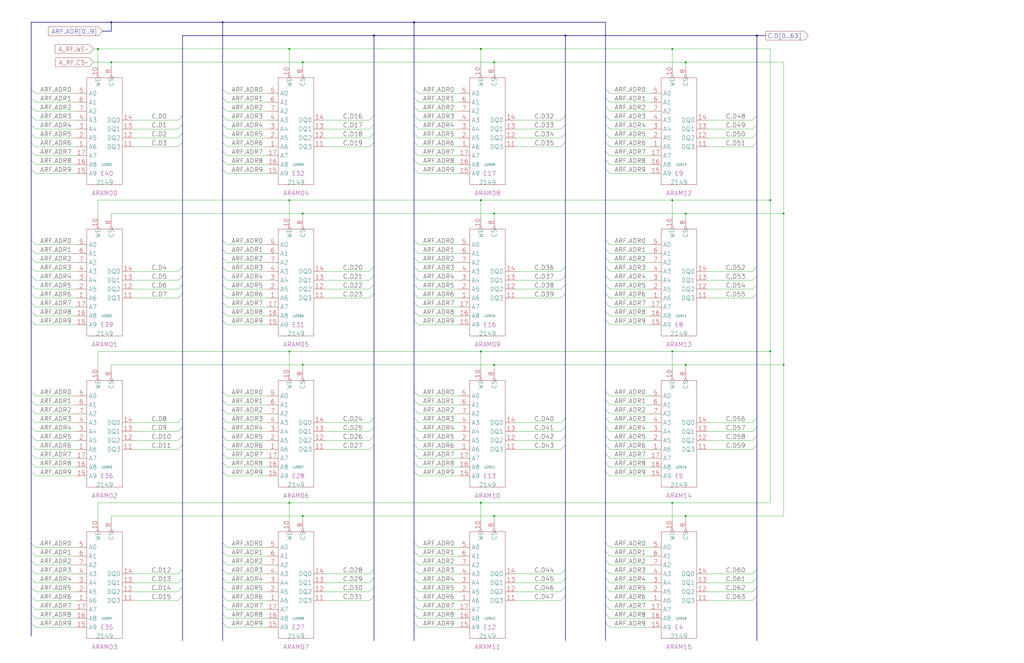
<source format=kicad_sch>
(kicad_sch (version 20250114) (generator "eeschema") (generator_version "9.0")
  (paper "User" 584.2 378.46)
  (title_block (title "REGISTER FILE A\\nRAM ARRAY") (date "22-MAR-90") (rev "1.0") (comment 1 "VALUE") (comment 2 "232-003063") (comment 3 "S400") (comment 4 "RELEASED"))
  (junction (at 213.36 20.32))
  (junction (at 383.54 200.66))
  (junction (at 165.1 114.3))
  (junction (at 447.04 121.92))
  (junction (at 281.94 208.28))
  (junction (at 172.72 294.64))
  (junction (at 165.1 27.94))
  (junction (at 236.22 12.7))
  (junction (at 431.8 20.32))
  (junction (at 447.04 208.28))
  (junction (at 439.42 200.66))
  (junction (at 274.32 200.66))
  (junction (at 281.94 121.92))
  (junction (at 165.1 287.02))
  (junction (at 391.16 121.92))
  (junction (at 281.94 294.64))
  (junction (at 274.32 287.02))
  (junction (at 281.94 35.56))
  (junction (at 391.16 35.56))
  (junction (at 274.32 114.3))
  (junction (at 383.54 27.94))
  (junction (at 322.58 20.32))
  (junction (at 55.88 27.94))
  (junction (at 63.5 12.7))
  (junction (at 391.16 294.64))
  (junction (at 63.5 35.56))
  (junction (at 172.72 208.28))
  (junction (at 172.72 121.92))
  (junction (at 172.72 35.56))
  (junction (at 383.54 114.3))
  (junction (at 165.1 200.66))
  (junction (at 127 12.7))
  (junction (at 274.32 27.94))
  (junction (at 439.42 114.3))
  (junction (at 391.16 208.28))
  (junction (at 383.54 287.02))
  (bus_entry (at 127 142.24) (size 2.54 2.54))
  (bus_entry (at 345.44 243.84) (size 2.54 2.54))
  (bus_entry (at 236.22 167.64) (size 2.54 2.54))
  (bus_entry (at 345.44 269.24) (size 2.54 2.54))
  (bus_entry (at 17.78 142.24) (size 2.54 2.54))
  (bus_entry (at 236.22 137.16) (size 2.54 2.54))
  (bus_entry (at 17.78 66.04) (size 2.54 2.54))
  (bus_entry (at 345.44 96.52) (size 2.54 2.54))
  (bus_entry (at 127 355.6) (size 2.54 2.54))
  (bus_entry (at 127 91.44) (size 2.54 2.54))
  (bus_entry (at 127 60.96) (size 2.54 2.54))
  (bus_entry (at 431.8 81.28) (size -2.54 2.54))
  (bus_entry (at 236.22 60.96) (size 2.54 2.54))
  (bus_entry (at 431.8 238.76) (size -2.54 2.54))
  (bus_entry (at 236.22 76.2) (size 2.54 2.54))
  (bus_entry (at 345.44 91.44) (size 2.54 2.54))
  (bus_entry (at 213.36 243.84) (size -2.54 2.54))
  (bus_entry (at 236.22 177.8) (size 2.54 2.54))
  (bus_entry (at 127 269.24) (size 2.54 2.54))
  (bus_entry (at 345.44 76.2) (size 2.54 2.54))
  (bus_entry (at 17.78 350.52) (size 2.54 2.54))
  (bus_entry (at 17.78 320.04) (size 2.54 2.54))
  (bus_entry (at 345.44 340.36) (size 2.54 2.54))
  (bus_entry (at 104.14 167.64) (size -2.54 2.54))
  (bus_entry (at 345.44 152.4) (size 2.54 2.54))
  (bus_entry (at 431.8 157.48) (size -2.54 2.54))
  (bus_entry (at 17.78 157.48) (size 2.54 2.54))
  (bus_entry (at 322.58 335.28) (size -2.54 2.54))
  (bus_entry (at 345.44 50.8) (size 2.54 2.54))
  (bus_entry (at 127 137.16) (size 2.54 2.54))
  (bus_entry (at 17.78 314.96) (size 2.54 2.54))
  (bus_entry (at 17.78 325.12) (size 2.54 2.54))
  (bus_entry (at 17.78 60.96) (size 2.54 2.54))
  (bus_entry (at 17.78 259.08) (size 2.54 2.54))
  (bus_entry (at 17.78 269.24) (size 2.54 2.54))
  (bus_entry (at 236.22 91.44) (size 2.54 2.54))
  (bus_entry (at 345.44 81.28) (size 2.54 2.54))
  (bus_entry (at 127 182.88) (size 2.54 2.54))
  (bus_entry (at 236.22 162.56) (size 2.54 2.54))
  (bus_entry (at 345.44 345.44) (size 2.54 2.54))
  (bus_entry (at 104.14 243.84) (size -2.54 2.54))
  (bus_entry (at 104.14 340.36) (size -2.54 2.54))
  (bus_entry (at 127 157.48) (size 2.54 2.54))
  (bus_entry (at 17.78 162.56) (size 2.54 2.54))
  (bus_entry (at 17.78 137.16) (size 2.54 2.54))
  (bus_entry (at 345.44 177.8) (size 2.54 2.54))
  (bus_entry (at 322.58 66.04) (size -2.54 2.54))
  (bus_entry (at 236.22 330.2) (size 2.54 2.54))
  (bus_entry (at 17.78 81.28) (size 2.54 2.54))
  (bus_entry (at 322.58 330.2) (size -2.54 2.54))
  (bus_entry (at 213.36 325.12) (size -2.54 2.54))
  (bus_entry (at 236.22 50.8) (size 2.54 2.54))
  (bus_entry (at 236.22 55.88) (size 2.54 2.54))
  (bus_entry (at 236.22 314.96) (size 2.54 2.54))
  (bus_entry (at 345.44 167.64) (size 2.54 2.54))
  (bus_entry (at 213.36 157.48) (size -2.54 2.54))
  (bus_entry (at 17.78 76.2) (size 2.54 2.54))
  (bus_entry (at 236.22 243.84) (size 2.54 2.54))
  (bus_entry (at 127 259.08) (size 2.54 2.54))
  (bus_entry (at 127 350.52) (size 2.54 2.54))
  (bus_entry (at 236.22 71.12) (size 2.54 2.54))
  (bus_entry (at 127 50.8) (size 2.54 2.54))
  (bus_entry (at 127 314.96) (size 2.54 2.54))
  (bus_entry (at 104.14 66.04) (size -2.54 2.54))
  (bus_entry (at 104.14 152.4) (size -2.54 2.54))
  (bus_entry (at 236.22 233.68) (size 2.54 2.54))
  (bus_entry (at 17.78 345.44) (size 2.54 2.54))
  (bus_entry (at 322.58 340.36) (size -2.54 2.54))
  (bus_entry (at 236.22 147.32) (size 2.54 2.54))
  (bus_entry (at 104.14 238.76) (size -2.54 2.54))
  (bus_entry (at 17.78 50.8) (size 2.54 2.54))
  (bus_entry (at 127 223.52) (size 2.54 2.54))
  (bus_entry (at 127 320.04) (size 2.54 2.54))
  (bus_entry (at 345.44 355.6) (size 2.54 2.54))
  (bus_entry (at 431.8 152.4) (size -2.54 2.54))
  (bus_entry (at 431.8 330.2) (size -2.54 2.54))
  (bus_entry (at 127 345.44) (size 2.54 2.54))
  (bus_entry (at 17.78 254) (size 2.54 2.54))
  (bus_entry (at 236.22 309.88) (size 2.54 2.54))
  (bus_entry (at 236.22 86.36) (size 2.54 2.54))
  (bus_entry (at 104.14 248.92) (size -2.54 2.54))
  (bus_entry (at 127 335.28) (size 2.54 2.54))
  (bus_entry (at 236.22 96.52) (size 2.54 2.54))
  (bus_entry (at 345.44 71.12) (size 2.54 2.54))
  (bus_entry (at 431.8 66.04) (size -2.54 2.54))
  (bus_entry (at 345.44 172.72) (size 2.54 2.54))
  (bus_entry (at 17.78 335.28) (size 2.54 2.54))
  (bus_entry (at 104.14 81.28) (size -2.54 2.54))
  (bus_entry (at 345.44 66.04) (size 2.54 2.54))
  (bus_entry (at 17.78 55.88) (size 2.54 2.54))
  (bus_entry (at 127 264.16) (size 2.54 2.54))
  (bus_entry (at 127 172.72) (size 2.54 2.54))
  (bus_entry (at 345.44 238.76) (size 2.54 2.54))
  (bus_entry (at 345.44 248.92) (size 2.54 2.54))
  (bus_entry (at 127 71.12) (size 2.54 2.54))
  (bus_entry (at 431.8 335.28) (size -2.54 2.54))
  (bus_entry (at 236.22 325.12) (size 2.54 2.54))
  (bus_entry (at 213.36 330.2) (size -2.54 2.54))
  (bus_entry (at 236.22 172.72) (size 2.54 2.54))
  (bus_entry (at 17.78 172.72) (size 2.54 2.54))
  (bus_entry (at 17.78 243.84) (size 2.54 2.54))
  (bus_entry (at 236.22 152.4) (size 2.54 2.54))
  (bus_entry (at 236.22 320.04) (size 2.54 2.54))
  (bus_entry (at 322.58 248.92) (size -2.54 2.54))
  (bus_entry (at 431.8 162.56) (size -2.54 2.54))
  (bus_entry (at 345.44 137.16) (size 2.54 2.54))
  (bus_entry (at 345.44 350.52) (size 2.54 2.54))
  (bus_entry (at 322.58 71.12) (size -2.54 2.54))
  (bus_entry (at 345.44 223.52) (size 2.54 2.54))
  (bus_entry (at 322.58 81.28) (size -2.54 2.54))
  (bus_entry (at 236.22 248.92) (size 2.54 2.54))
  (bus_entry (at 17.78 147.32) (size 2.54 2.54))
  (bus_entry (at 127 96.52) (size 2.54 2.54))
  (bus_entry (at 236.22 340.36) (size 2.54 2.54))
  (bus_entry (at 17.78 223.52) (size 2.54 2.54))
  (bus_entry (at 322.58 162.56) (size -2.54 2.54))
  (bus_entry (at 236.22 350.52) (size 2.54 2.54))
  (bus_entry (at 17.78 264.16) (size 2.54 2.54))
  (bus_entry (at 127 167.64) (size 2.54 2.54))
  (bus_entry (at 322.58 76.2) (size -2.54 2.54))
  (bus_entry (at 431.8 254) (size -2.54 2.54))
  (bus_entry (at 104.14 76.2) (size -2.54 2.54))
  (bus_entry (at 127 177.8) (size 2.54 2.54))
  (bus_entry (at 17.78 330.2) (size 2.54 2.54))
  (bus_entry (at 104.14 330.2) (size -2.54 2.54))
  (bus_entry (at 17.78 228.6) (size 2.54 2.54))
  (bus_entry (at 431.8 243.84) (size -2.54 2.54))
  (bus_entry (at 236.22 269.24) (size 2.54 2.54))
  (bus_entry (at 236.22 228.6) (size 2.54 2.54))
  (bus_entry (at 127 340.36) (size 2.54 2.54))
  (bus_entry (at 322.58 325.12) (size -2.54 2.54))
  (bus_entry (at 345.44 314.96) (size 2.54 2.54))
  (bus_entry (at 345.44 157.48) (size 2.54 2.54))
  (bus_entry (at 322.58 152.4) (size -2.54 2.54))
  (bus_entry (at 236.22 66.04) (size 2.54 2.54))
  (bus_entry (at 345.44 182.88) (size 2.54 2.54))
  (bus_entry (at 431.8 248.92) (size -2.54 2.54))
  (bus_entry (at 127 243.84) (size 2.54 2.54))
  (bus_entry (at 213.36 66.04) (size -2.54 2.54))
  (bus_entry (at 213.36 162.56) (size -2.54 2.54))
  (bus_entry (at 127 66.04) (size 2.54 2.54))
  (bus_entry (at 213.36 248.92) (size -2.54 2.54))
  (bus_entry (at 17.78 233.68) (size 2.54 2.54))
  (bus_entry (at 345.44 147.32) (size 2.54 2.54))
  (bus_entry (at 431.8 76.2) (size -2.54 2.54))
  (bus_entry (at 104.14 157.48) (size -2.54 2.54))
  (bus_entry (at 345.44 55.88) (size 2.54 2.54))
  (bus_entry (at 127 233.68) (size 2.54 2.54))
  (bus_entry (at 127 55.88) (size 2.54 2.54))
  (bus_entry (at 345.44 309.88) (size 2.54 2.54))
  (bus_entry (at 345.44 259.08) (size 2.54 2.54))
  (bus_entry (at 345.44 335.28) (size 2.54 2.54))
  (bus_entry (at 104.14 335.28) (size -2.54 2.54))
  (bus_entry (at 345.44 86.36) (size 2.54 2.54))
  (bus_entry (at 431.8 71.12) (size -2.54 2.54))
  (bus_entry (at 322.58 167.64) (size -2.54 2.54))
  (bus_entry (at 127 147.32) (size 2.54 2.54))
  (bus_entry (at 213.36 76.2) (size -2.54 2.54))
  (bus_entry (at 17.78 182.88) (size 2.54 2.54))
  (bus_entry (at 104.14 71.12) (size -2.54 2.54))
  (bus_entry (at 236.22 259.08) (size 2.54 2.54))
  (bus_entry (at 17.78 248.92) (size 2.54 2.54))
  (bus_entry (at 345.44 320.04) (size 2.54 2.54))
  (bus_entry (at 213.36 152.4) (size -2.54 2.54))
  (bus_entry (at 127 162.56) (size 2.54 2.54))
  (bus_entry (at 104.14 162.56) (size -2.54 2.54))
  (bus_entry (at 17.78 340.36) (size 2.54 2.54))
  (bus_entry (at 127 86.36) (size 2.54 2.54))
  (bus_entry (at 345.44 325.12) (size 2.54 2.54))
  (bus_entry (at 127 248.92) (size 2.54 2.54))
  (bus_entry (at 213.36 238.76) (size -2.54 2.54))
  (bus_entry (at 213.36 335.28) (size -2.54 2.54))
  (bus_entry (at 17.78 91.44) (size 2.54 2.54))
  (bus_entry (at 127 76.2) (size 2.54 2.54))
  (bus_entry (at 104.14 325.12) (size -2.54 2.54))
  (bus_entry (at 17.78 355.6) (size 2.54 2.54))
  (bus_entry (at 236.22 335.28) (size 2.54 2.54))
  (bus_entry (at 127 152.4) (size 2.54 2.54))
  (bus_entry (at 431.8 340.36) (size -2.54 2.54))
  (bus_entry (at 322.58 157.48) (size -2.54 2.54))
  (bus_entry (at 431.8 167.64) (size -2.54 2.54))
  (bus_entry (at 236.22 238.76) (size 2.54 2.54))
  (bus_entry (at 17.78 238.76) (size 2.54 2.54))
  (bus_entry (at 322.58 254) (size -2.54 2.54))
  (bus_entry (at 236.22 157.48) (size 2.54 2.54))
  (bus_entry (at 17.78 177.8) (size 2.54 2.54))
  (bus_entry (at 127 309.88) (size 2.54 2.54))
  (bus_entry (at 213.36 81.28) (size -2.54 2.54))
  (bus_entry (at 17.78 96.52) (size 2.54 2.54))
  (bus_entry (at 345.44 254) (size 2.54 2.54))
  (bus_entry (at 17.78 86.36) (size 2.54 2.54))
  (bus_entry (at 431.8 325.12) (size -2.54 2.54))
  (bus_entry (at 17.78 71.12) (size 2.54 2.54))
  (bus_entry (at 213.36 254) (size -2.54 2.54))
  (bus_entry (at 236.22 182.88) (size 2.54 2.54))
  (bus_entry (at 236.22 142.24) (size 2.54 2.54))
  (bus_entry (at 127 238.76) (size 2.54 2.54))
  (bus_entry (at 322.58 243.84) (size -2.54 2.54))
  (bus_entry (at 236.22 223.52) (size 2.54 2.54))
  (bus_entry (at 236.22 345.44) (size 2.54 2.54))
  (bus_entry (at 213.36 167.64) (size -2.54 2.54))
  (bus_entry (at 345.44 228.6) (size 2.54 2.54))
  (bus_entry (at 127 81.28) (size 2.54 2.54))
  (bus_entry (at 236.22 355.6) (size 2.54 2.54))
  (bus_entry (at 213.36 340.36) (size -2.54 2.54))
  (bus_entry (at 345.44 264.16) (size 2.54 2.54))
  (bus_entry (at 104.14 254) (size -2.54 2.54))
  (bus_entry (at 345.44 233.68) (size 2.54 2.54))
  (bus_entry (at 236.22 264.16) (size 2.54 2.54))
  (bus_entry (at 17.78 309.88) (size 2.54 2.54))
  (bus_entry (at 213.36 71.12) (size -2.54 2.54))
  (bus_entry (at 322.58 238.76) (size -2.54 2.54))
  (bus_entry (at 127 228.6) (size 2.54 2.54))
  (bus_entry (at 17.78 152.4) (size 2.54 2.54))
  (bus_entry (at 17.78 167.64) (size 2.54 2.54))
  (bus_entry (at 345.44 162.56) (size 2.54 2.54))
  (bus_entry (at 345.44 330.2) (size 2.54 2.54))
  (bus_entry (at 127 330.2) (size 2.54 2.54))
  (bus_entry (at 236.22 254) (size 2.54 2.54))
  (bus_entry (at 345.44 60.96) (size 2.54 2.54))
  (bus_entry (at 236.22 81.28) (size 2.54 2.54))
  (bus_entry (at 127 325.12) (size 2.54 2.54))
  (bus_entry (at 345.44 142.24) (size 2.54 2.54))
  (bus_entry (at 127 254) (size 2.54 2.54))
  (bus (pts (xy 236.22 259.08) (xy 236.22 264.16)))
  (bus (pts (xy 213.36 162.56) (xy 213.36 167.64)))
  (wire (pts (xy 20.32 256.54) (xy 43.18 256.54)))
  (bus (pts (xy 236.22 55.88) (xy 236.22 60.96)))
  (bus (pts (xy 236.22 254) (xy 236.22 259.08)))
  (wire (pts (xy 129.54 353.06) (xy 152.4 353.06)))
  (wire (pts (xy 20.32 322.58) (xy 43.18 322.58)))
  (wire (pts (xy 281.94 294.64) (xy 172.72 294.64)))
  (wire (pts (xy 129.54 154.94) (xy 152.4 154.94)))
  (bus (pts (xy 127 233.68) (xy 127 238.76)))
  (bus (pts (xy 127 60.96) (xy 127 66.04)))
  (wire (pts (xy 391.16 294.64) (xy 391.16 297.18)))
  (wire (pts (xy 55.88 287.02) (xy 55.88 297.18)))
  (wire (pts (xy 347.98 93.98) (xy 370.84 93.98)))
  (bus (pts (xy 431.8 66.04) (xy 431.8 71.12)))
  (bus (pts (xy 236.22 345.44) (xy 236.22 350.52)))
  (wire (pts (xy 129.54 226.06) (xy 152.4 226.06)))
  (wire (pts (xy 129.54 175.26) (xy 152.4 175.26)))
  (bus (pts (xy 431.8 162.56) (xy 431.8 167.64)))
  (bus (pts (xy 322.58 20.32) (xy 322.58 66.04)))
  (wire (pts (xy 403.86 342.9) (xy 429.26 342.9)))
  (wire (pts (xy 129.54 93.98) (xy 152.4 93.98)))
  (bus (pts (xy 345.44 238.76) (xy 345.44 243.84)))
  (wire (pts (xy 403.86 327.66) (xy 429.26 327.66)))
  (wire (pts (xy 238.76 83.82) (xy 261.62 83.82)))
  (wire (pts (xy 129.54 256.54) (xy 152.4 256.54)))
  (wire (pts (xy 165.1 200.66) (xy 274.32 200.66)))
  (wire (pts (xy 238.76 251.46) (xy 261.62 251.46)))
  (bus (pts (xy 213.36 167.64) (xy 213.36 238.76)))
  (wire (pts (xy 20.32 160.02) (xy 43.18 160.02)))
  (wire (pts (xy 20.32 342.9) (xy 43.18 342.9)))
  (wire (pts (xy 347.98 317.5) (xy 370.84 317.5)))
  (wire (pts (xy 20.32 226.06) (xy 43.18 226.06)))
  (wire (pts (xy 129.54 165.1) (xy 152.4 165.1)))
  (wire (pts (xy 347.98 337.82) (xy 370.84 337.82)))
  (wire (pts (xy 294.64 251.46) (xy 320.04 251.46)))
  (bus (pts (xy 236.22 228.6) (xy 236.22 233.68)))
  (wire (pts (xy 129.54 358.14) (xy 152.4 358.14)))
  (bus (pts (xy 17.78 55.88) (xy 17.78 60.96)))
  (wire (pts (xy 20.32 180.34) (xy 43.18 180.34)))
  (bus (pts (xy 17.78 86.36) (xy 17.78 91.44)))
  (wire (pts (xy 447.04 208.28) (xy 447.04 294.64)))
  (bus (pts (xy 345.44 71.12) (xy 345.44 76.2)))
  (wire (pts (xy 383.54 287.02) (xy 383.54 297.18)))
  (bus (pts (xy 236.22 182.88) (xy 236.22 223.52)))
  (bus (pts (xy 127 137.16) (xy 127 142.24)))
  (wire (pts (xy 403.86 256.54) (xy 429.26 256.54)))
  (bus (pts (xy 104.14 254) (xy 104.14 325.12)))
  (wire (pts (xy 20.32 312.42) (xy 43.18 312.42)))
  (wire (pts (xy 76.2 327.66) (xy 101.6 327.66)))
  (wire (pts (xy 20.32 139.7) (xy 43.18 139.7)))
  (bus (pts (xy 17.78 233.68) (xy 17.78 238.76)))
  (wire (pts (xy 238.76 154.94) (xy 261.62 154.94)))
  (bus (pts (xy 17.78 172.72) (xy 17.78 177.8)))
  (wire (pts (xy 347.98 180.34) (xy 370.84 180.34)))
  (wire (pts (xy 20.32 170.18) (xy 43.18 170.18)))
  (bus (pts (xy 127 345.44) (xy 127 350.52)))
  (bus (pts (xy 236.22 330.2) (xy 236.22 335.28)))
  (wire (pts (xy 129.54 144.78) (xy 152.4 144.78)))
  (bus (pts (xy 127 96.52) (xy 127 137.16)))
  (bus (pts (xy 213.36 152.4) (xy 213.36 157.48)))
  (bus (pts (xy 236.22 81.28) (xy 236.22 86.36)))
  (bus (pts (xy 104.14 330.2) (xy 104.14 335.28)))
  (wire (pts (xy 347.98 165.1) (xy 370.84 165.1)))
  (bus (pts (xy 236.22 223.52) (xy 236.22 228.6)))
  (wire (pts (xy 238.76 226.06) (xy 261.62 226.06)))
  (wire (pts (xy 347.98 342.9) (xy 370.84 342.9)))
  (bus (pts (xy 127 228.6) (xy 127 233.68)))
  (wire (pts (xy 129.54 99.06) (xy 152.4 99.06)))
  (bus (pts (xy 431.8 325.12) (xy 431.8 330.2)))
  (wire (pts (xy 403.86 246.38) (xy 429.26 246.38)))
  (wire (pts (xy 238.76 149.86) (xy 261.62 149.86)))
  (wire (pts (xy 238.76 180.34) (xy 261.62 180.34)))
  (wire (pts (xy 383.54 114.3) (xy 439.42 114.3)))
  (wire (pts (xy 129.54 266.7) (xy 152.4 266.7)))
  (bus (pts (xy 213.36 20.32) (xy 322.58 20.32)))
  (bus (pts (xy 127 152.4) (xy 127 157.48)))
  (bus (pts (xy 127 71.12) (xy 127 76.2)))
  (bus (pts (xy 127 269.24) (xy 127 309.88)))
  (wire (pts (xy 129.54 317.5) (xy 152.4 317.5)))
  (bus (pts (xy 17.78 269.24) (xy 17.78 309.88)))
  (wire (pts (xy 347.98 246.38) (xy 370.84 246.38)))
  (bus (pts (xy 236.22 320.04) (xy 236.22 325.12)))
  (bus (pts (xy 127 340.36) (xy 127 345.44)))
  (wire (pts (xy 238.76 342.9) (xy 261.62 342.9)))
  (bus (pts (xy 431.8 340.36) (xy 431.8 365.76)))
  (wire (pts (xy 172.72 121.92) (xy 281.94 121.92)))
  (wire (pts (xy 63.5 35.56) (xy 63.5 38.1)))
  (bus (pts (xy 104.14 243.84) (xy 104.14 248.92)))
  (wire (pts (xy 165.1 114.3) (xy 165.1 124.46)))
  (bus (pts (xy 127 350.52) (xy 127 355.6)))
  (wire (pts (xy 294.64 68.58) (xy 320.04 68.58)))
  (wire (pts (xy 238.76 256.54) (xy 261.62 256.54)))
  (wire (pts (xy 129.54 160.02) (xy 152.4 160.02)))
  (wire (pts (xy 238.76 261.62) (xy 261.62 261.62)))
  (bus (pts (xy 345.44 309.88) (xy 345.44 314.96)))
  (wire (pts (xy 63.5 294.64) (xy 63.5 297.18)))
  (wire (pts (xy 347.98 231.14) (xy 370.84 231.14)))
  (bus (pts (xy 431.8 81.28) (xy 431.8 152.4)))
  (wire (pts (xy 238.76 170.18) (xy 261.62 170.18)))
  (bus (pts (xy 17.78 350.52) (xy 17.78 355.6)))
  (bus (pts (xy 431.8 71.12) (xy 431.8 76.2)))
  (bus (pts (xy 345.44 325.12) (xy 345.44 330.2)))
  (wire (pts (xy 238.76 139.7) (xy 261.62 139.7)))
  (bus (pts (xy 127 182.88) (xy 127 223.52)))
  (wire (pts (xy 281.94 121.92) (xy 391.16 121.92)))
  (wire (pts (xy 294.64 154.94) (xy 320.04 154.94)))
  (bus (pts (xy 236.22 248.92) (xy 236.22 254)))
  (bus (pts (xy 127 177.8) (xy 127 182.88)))
  (bus (pts (xy 345.44 182.88) (xy 345.44 223.52)))
  (wire (pts (xy 76.2 73.66) (xy 101.6 73.66)))
  (wire (pts (xy 294.64 256.54) (xy 320.04 256.54)))
  (bus (pts (xy 345.44 264.16) (xy 345.44 269.24)))
  (wire (pts (xy 185.42 160.02) (xy 210.82 160.02)))
  (wire (pts (xy 347.98 347.98) (xy 370.84 347.98)))
  (wire (pts (xy 347.98 68.58) (xy 370.84 68.58)))
  (bus (pts (xy 213.36 335.28) (xy 213.36 340.36)))
  (wire (pts (xy 129.54 327.66) (xy 152.4 327.66)))
  (wire (pts (xy 129.54 337.82) (xy 152.4 337.82)))
  (bus (pts (xy 213.36 254) (xy 213.36 325.12)))
  (wire (pts (xy 347.98 241.3) (xy 370.84 241.3)))
  (bus (pts (xy 58.42 17.78) (xy 63.5 17.78)))
  (bus (pts (xy 213.36 243.84) (xy 213.36 248.92)))
  (wire (pts (xy 238.76 53.34) (xy 261.62 53.34)))
  (wire (pts (xy 403.86 68.58) (xy 429.26 68.58)))
  (wire (pts (xy 20.32 93.98) (xy 43.18 93.98)))
  (bus (pts (xy 345.44 55.88) (xy 345.44 60.96)))
  (wire (pts (xy 447.04 35.56) (xy 447.04 121.92)))
  (wire (pts (xy 403.86 251.46) (xy 429.26 251.46)))
  (bus (pts (xy 17.78 345.44) (xy 17.78 350.52)))
  (wire (pts (xy 294.64 337.82) (xy 320.04 337.82)))
  (wire (pts (xy 281.94 121.92) (xy 281.94 124.46)))
  (wire (pts (xy 238.76 175.26) (xy 261.62 175.26)))
  (wire (pts (xy 129.54 312.42) (xy 152.4 312.42)))
  (bus (pts (xy 17.78 340.36) (xy 17.78 345.44)))
  (bus (pts (xy 17.78 254) (xy 17.78 259.08)))
  (wire (pts (xy 20.32 88.9) (xy 43.18 88.9)))
  (bus (pts (xy 345.44 355.6) (xy 345.44 365.76)))
  (bus (pts (xy 213.36 330.2) (xy 213.36 335.28)))
  (wire (pts (xy 347.98 154.94) (xy 370.84 154.94)))
  (bus (pts (xy 17.78 167.64) (xy 17.78 172.72)))
  (wire (pts (xy 347.98 88.9) (xy 370.84 88.9)))
  (bus (pts (xy 213.36 81.28) (xy 213.36 152.4)))
  (bus (pts (xy 127 76.2) (xy 127 81.28)))
  (wire (pts (xy 403.86 83.82) (xy 429.26 83.82)))
  (wire (pts (xy 391.16 35.56) (xy 391.16 38.1)))
  (bus (pts (xy 322.58 157.48) (xy 322.58 162.56)))
  (wire (pts (xy 63.5 121.92) (xy 63.5 124.46)))
  (bus (pts (xy 63.5 17.78) (xy 63.5 12.7)))
  (wire (pts (xy 53.34 27.94) (xy 55.88 27.94)))
  (bus (pts (xy 17.78 96.52) (xy 17.78 137.16)))
  (bus (pts (xy 345.44 228.6) (xy 345.44 233.68)))
  (wire (pts (xy 20.32 332.74) (xy 43.18 332.74)))
  (wire (pts (xy 185.42 78.74) (xy 210.82 78.74)))
  (bus (pts (xy 104.14 167.64) (xy 104.14 238.76)))
  (wire (pts (xy 20.32 358.14) (xy 43.18 358.14)))
  (bus (pts (xy 236.22 314.96) (xy 236.22 320.04)))
  (bus (pts (xy 127 12.7) (xy 127 50.8)))
  (wire (pts (xy 63.5 208.28) (xy 63.5 210.82)))
  (wire (pts (xy 129.54 185.42) (xy 152.4 185.42)))
  (bus (pts (xy 127 238.76) (xy 127 243.84)))
  (wire (pts (xy 20.32 149.86) (xy 43.18 149.86)))
  (bus (pts (xy 236.22 91.44) (xy 236.22 96.52)))
  (bus (pts (xy 345.44 91.44) (xy 345.44 96.52)))
  (wire (pts (xy 76.2 337.82) (xy 101.6 337.82)))
  (wire (pts (xy 185.42 241.3) (xy 210.82 241.3)))
  (bus (pts (xy 322.58 254) (xy 322.58 325.12)))
  (bus (pts (xy 17.78 76.2) (xy 17.78 81.28)))
  (bus (pts (xy 236.22 76.2) (xy 236.22 81.28)))
  (wire (pts (xy 185.42 246.38) (xy 210.82 246.38)))
  (wire (pts (xy 20.32 241.3) (xy 43.18 241.3)))
  (wire (pts (xy 238.76 266.7) (xy 261.62 266.7)))
  (bus (pts (xy 127 254) (xy 127 259.08)))
  (bus (pts (xy 17.78 81.28) (xy 17.78 86.36)))
  (bus (pts (xy 236.22 66.04) (xy 236.22 71.12)))
  (wire (pts (xy 294.64 327.66) (xy 320.04 327.66)))
  (bus (pts (xy 127 309.88) (xy 127 314.96)))
  (wire (pts (xy 294.64 83.82) (xy 320.04 83.82)))
  (wire (pts (xy 391.16 35.56) (xy 447.04 35.56)))
  (bus (pts (xy 127 243.84) (xy 127 248.92)))
  (bus (pts (xy 345.44 81.28) (xy 345.44 86.36)))
  (wire (pts (xy 165.1 200.66) (xy 165.1 210.82)))
  (wire (pts (xy 53.34 35.56) (xy 63.5 35.56)))
  (bus (pts (xy 127 248.92) (xy 127 254)))
  (wire (pts (xy 55.88 114.3) (xy 55.88 124.46)))
  (bus (pts (xy 345.44 172.72) (xy 345.44 177.8)))
  (bus (pts (xy 127 157.48) (xy 127 162.56)))
  (bus (pts (xy 127 167.64) (xy 127 172.72)))
  (bus (pts (xy 104.14 157.48) (xy 104.14 162.56)))
  (wire (pts (xy 165.1 287.02) (xy 165.1 297.18)))
  (wire (pts (xy 391.16 121.92) (xy 447.04 121.92)))
  (wire (pts (xy 294.64 160.02) (xy 320.04 160.02)))
  (wire (pts (xy 20.32 154.94) (xy 43.18 154.94)))
  (wire (pts (xy 185.42 342.9) (xy 210.82 342.9)))
  (bus (pts (xy 345.44 60.96) (xy 345.44 66.04)))
  (wire (pts (xy 76.2 165.1) (xy 101.6 165.1)))
  (wire (pts (xy 274.32 114.3) (xy 274.32 124.46)))
  (bus (pts (xy 17.78 264.16) (xy 17.78 269.24)))
  (wire (pts (xy 347.98 175.26) (xy 370.84 175.26)))
  (wire (pts (xy 238.76 327.66) (xy 261.62 327.66)))
  (bus (pts (xy 104.14 335.28) (xy 104.14 340.36)))
  (bus (pts (xy 236.22 340.36) (xy 236.22 345.44)))
  (wire (pts (xy 185.42 83.82) (xy 210.82 83.82)))
  (wire (pts (xy 129.54 83.82) (xy 152.4 83.82)))
  (bus (pts (xy 431.8 152.4) (xy 431.8 157.48)))
  (wire (pts (xy 347.98 170.18) (xy 370.84 170.18)))
  (wire (pts (xy 129.54 170.18) (xy 152.4 170.18)))
  (bus (pts (xy 17.78 12.7) (xy 17.78 50.8)))
  (wire (pts (xy 129.54 139.7) (xy 152.4 139.7)))
  (bus (pts (xy 17.78 142.24) (xy 17.78 147.32)))
  (wire (pts (xy 238.76 78.74) (xy 261.62 78.74)))
  (wire (pts (xy 347.98 139.7) (xy 370.84 139.7)))
  (wire (pts (xy 403.86 165.1) (xy 429.26 165.1)))
  (wire (pts (xy 55.88 27.94) (xy 165.1 27.94)))
  (bus (pts (xy 236.22 12.7) (xy 236.22 50.8)))
  (bus (pts (xy 322.58 71.12) (xy 322.58 76.2)))
  (bus (pts (xy 236.22 96.52) (xy 236.22 137.16)))
  (bus (pts (xy 17.78 314.96) (xy 17.78 320.04)))
  (bus (pts (xy 345.44 350.52) (xy 345.44 355.6)))
  (wire (pts (xy 347.98 271.78) (xy 370.84 271.78)))
  (wire (pts (xy 294.64 78.74) (xy 320.04 78.74)))
  (bus (pts (xy 322.58 162.56) (xy 322.58 167.64)))
  (bus (pts (xy 127 259.08) (xy 127 264.16)))
  (wire (pts (xy 76.2 251.46) (xy 101.6 251.46)))
  (wire (pts (xy 129.54 332.74) (xy 152.4 332.74)))
  (wire (pts (xy 238.76 144.78) (xy 261.62 144.78)))
  (wire (pts (xy 172.72 208.28) (xy 281.94 208.28)))
  (bus (pts (xy 17.78 12.7) (xy 63.5 12.7)))
  (bus (pts (xy 17.78 91.44) (xy 17.78 96.52)))
  (wire (pts (xy 274.32 200.66) (xy 383.54 200.66)))
  (bus (pts (xy 213.36 157.48) (xy 213.36 162.56)))
  (wire (pts (xy 347.98 63.5) (xy 370.84 63.5)))
  (bus (pts (xy 345.44 96.52) (xy 345.44 137.16)))
  (wire (pts (xy 20.32 271.78) (xy 43.18 271.78)))
  (wire (pts (xy 185.42 256.54) (xy 210.82 256.54)))
  (wire (pts (xy 172.72 294.64) (xy 63.5 294.64)))
  (wire (pts (xy 403.86 154.94) (xy 429.26 154.94)))
  (wire (pts (xy 294.64 170.18) (xy 320.04 170.18)))
  (bus (pts (xy 236.22 86.36) (xy 236.22 91.44)))
  (bus (pts (xy 104.14 162.56) (xy 104.14 167.64)))
  (bus (pts (xy 322.58 167.64) (xy 322.58 238.76)))
  (wire (pts (xy 347.98 261.62) (xy 370.84 261.62)))
  (wire (pts (xy 20.32 63.5) (xy 43.18 63.5)))
  (wire (pts (xy 347.98 53.34) (xy 370.84 53.34)))
  (wire (pts (xy 347.98 251.46) (xy 370.84 251.46)))
  (bus (pts (xy 345.44 152.4) (xy 345.44 157.48)))
  (bus (pts (xy 17.78 60.96) (xy 17.78 66.04)))
  (wire (pts (xy 172.72 208.28) (xy 172.72 210.82)))
  (wire (pts (xy 165.1 27.94) (xy 165.1 38.1)))
  (bus (pts (xy 17.78 177.8) (xy 17.78 182.88)))
  (bus (pts (xy 104.14 81.28) (xy 104.14 152.4)))
  (bus (pts (xy 127 66.04) (xy 127 71.12)))
  (bus (pts (xy 127 223.52) (xy 127 228.6)))
  (wire (pts (xy 383.54 27.94) (xy 439.42 27.94)))
  (bus (pts (xy 127 81.28) (xy 127 86.36)))
  (wire (pts (xy 281.94 35.56) (xy 391.16 35.56)))
  (bus (pts (xy 236.22 177.8) (xy 236.22 182.88)))
  (bus (pts (xy 345.44 345.44) (xy 345.44 350.52)))
  (wire (pts (xy 238.76 99.06) (xy 261.62 99.06)))
  (bus (pts (xy 236.22 355.6) (xy 236.22 365.76)))
  (wire (pts (xy 129.54 180.34) (xy 152.4 180.34)))
  (wire (pts (xy 185.42 68.58) (xy 210.82 68.58)))
  (wire (pts (xy 238.76 93.98) (xy 261.62 93.98)))
  (wire (pts (xy 165.1 114.3) (xy 274.32 114.3)))
  (wire (pts (xy 274.32 27.94) (xy 383.54 27.94)))
  (bus (pts (xy 236.22 12.7) (xy 345.44 12.7)))
  (wire (pts (xy 20.32 53.34) (xy 43.18 53.34)))
  (bus (pts (xy 236.22 142.24) (xy 236.22 147.32)))
  (bus (pts (xy 345.44 147.32) (xy 345.44 152.4)))
  (wire (pts (xy 347.98 226.06) (xy 370.84 226.06)))
  (wire (pts (xy 55.88 200.66) (xy 165.1 200.66)))
  (wire (pts (xy 383.54 200.66) (xy 383.54 210.82)))
  (bus (pts (xy 17.78 71.12) (xy 17.78 76.2)))
  (bus (pts (xy 236.22 309.88) (xy 236.22 314.96)))
  (bus (pts (xy 322.58 330.2) (xy 322.58 335.28)))
  (wire (pts (xy 129.54 78.74) (xy 152.4 78.74)))
  (wire (pts (xy 76.2 246.38) (xy 101.6 246.38)))
  (bus (pts (xy 17.78 162.56) (xy 17.78 167.64)))
  (bus (pts (xy 213.36 238.76) (xy 213.36 243.84)))
  (wire (pts (xy 274.32 287.02) (xy 274.32 297.18)))
  (bus (pts (xy 127 12.7) (xy 236.22 12.7)))
  (bus (pts (xy 236.22 162.56) (xy 236.22 167.64)))
  (bus (pts (xy 104.14 66.04) (xy 104.14 71.12)))
  (bus (pts (xy 345.44 50.8) (xy 345.44 55.88)))
  (bus (pts (xy 17.78 157.48) (xy 17.78 162.56)))
  (wire (pts (xy 172.72 121.92) (xy 172.72 124.46)))
  (wire (pts (xy 55.88 114.3) (xy 165.1 114.3)))
  (wire (pts (xy 238.76 358.14) (xy 261.62 358.14)))
  (wire (pts (xy 20.32 68.58) (xy 43.18 68.58)))
  (wire (pts (xy 129.54 149.86) (xy 152.4 149.86)))
  (bus (pts (xy 345.44 177.8) (xy 345.44 182.88)))
  (bus (pts (xy 236.22 335.28) (xy 236.22 340.36)))
  (bus (pts (xy 322.58 152.4) (xy 322.58 157.48)))
  (wire (pts (xy 347.98 312.42) (xy 370.84 312.42)))
  (wire (pts (xy 439.42 200.66) (xy 439.42 287.02)))
  (bus (pts (xy 104.14 340.36) (xy 104.14 365.76)))
  (bus (pts (xy 322.58 248.92) (xy 322.58 254)))
  (wire (pts (xy 447.04 294.64) (xy 391.16 294.64)))
  (wire (pts (xy 20.32 246.38) (xy 43.18 246.38)))
  (wire (pts (xy 129.54 246.38) (xy 152.4 246.38)))
  (bus (pts (xy 127 91.44) (xy 127 96.52)))
  (bus (pts (xy 104.14 248.92) (xy 104.14 254)))
  (bus (pts (xy 213.36 66.04) (xy 213.36 71.12)))
  (bus (pts (xy 236.22 71.12) (xy 236.22 76.2)))
  (bus (pts (xy 127 50.8) (xy 127 55.88)))
  (wire (pts (xy 347.98 58.42) (xy 370.84 58.42)))
  (wire (pts (xy 403.86 78.74) (xy 429.26 78.74)))
  (bus (pts (xy 104.14 76.2) (xy 104.14 81.28)))
  (bus (pts (xy 127 314.96) (xy 127 320.04)))
  (bus (pts (xy 213.36 76.2) (xy 213.36 81.28)))
  (wire (pts (xy 20.32 99.06) (xy 43.18 99.06)))
  (wire (pts (xy 403.86 73.66) (xy 429.26 73.66)))
  (wire (pts (xy 403.86 160.02) (xy 429.26 160.02)))
  (wire (pts (xy 238.76 337.82) (xy 261.62 337.82)))
  (wire (pts (xy 383.54 200.66) (xy 439.42 200.66)))
  (wire (pts (xy 447.04 121.92) (xy 447.04 208.28)))
  (bus (pts (xy 17.78 248.92) (xy 17.78 254)))
  (wire (pts (xy 391.16 121.92) (xy 391.16 124.46)))
  (wire (pts (xy 63.5 208.28) (xy 172.72 208.28)))
  (wire (pts (xy 281.94 208.28) (xy 391.16 208.28)))
  (wire (pts (xy 347.98 83.82) (xy 370.84 83.82)))
  (wire (pts (xy 238.76 347.98) (xy 261.62 347.98)))
  (bus (pts (xy 322.58 325.12) (xy 322.58 330.2)))
  (bus (pts (xy 213.36 71.12) (xy 213.36 76.2)))
  (wire (pts (xy 391.16 208.28) (xy 391.16 210.82)))
  (bus (pts (xy 127 172.72) (xy 127 177.8)))
  (bus (pts (xy 322.58 66.04) (xy 322.58 71.12)))
  (bus (pts (xy 127 147.32) (xy 127 152.4)))
  (bus (pts (xy 17.78 223.52) (xy 17.78 228.6)))
  (wire (pts (xy 185.42 327.66) (xy 210.82 327.66)))
  (wire (pts (xy 20.32 266.7) (xy 43.18 266.7)))
  (bus (pts (xy 17.78 152.4) (xy 17.78 157.48)))
  (bus (pts (xy 322.58 76.2) (xy 322.58 81.28)))
  (bus (pts (xy 17.78 238.76) (xy 17.78 243.84)))
  (bus (pts (xy 104.14 325.12) (xy 104.14 330.2)))
  (bus (pts (xy 236.22 238.76) (xy 236.22 243.84)))
  (bus (pts (xy 17.78 50.8) (xy 17.78 55.88)))
  (wire (pts (xy 55.88 200.66) (xy 55.88 210.82)))
  (wire (pts (xy 238.76 88.9) (xy 261.62 88.9)))
  (wire (pts (xy 347.98 149.86) (xy 370.84 149.86)))
  (bus (pts (xy 17.78 320.04) (xy 17.78 325.12)))
  (wire (pts (xy 129.54 322.58) (xy 152.4 322.58)))
  (wire (pts (xy 238.76 332.74) (xy 261.62 332.74)))
  (bus (pts (xy 17.78 137.16) (xy 17.78 142.24)))
  (wire (pts (xy 238.76 312.42) (xy 261.62 312.42)))
  (wire (pts (xy 347.98 236.22) (xy 370.84 236.22)))
  (wire (pts (xy 439.42 27.94) (xy 439.42 114.3)))
  (wire (pts (xy 165.1 287.02) (xy 55.88 287.02)))
  (wire (pts (xy 76.2 342.9) (xy 101.6 342.9)))
  (wire (pts (xy 129.54 73.66) (xy 152.4 73.66)))
  (wire (pts (xy 76.2 241.3) (xy 101.6 241.3)))
  (wire (pts (xy 347.98 327.66) (xy 370.84 327.66)))
  (wire (pts (xy 76.2 256.54) (xy 101.6 256.54)))
  (bus (pts (xy 127 55.88) (xy 127 60.96)))
  (wire (pts (xy 185.42 251.46) (xy 210.82 251.46)))
  (bus (pts (xy 345.44 259.08) (xy 345.44 264.16)))
  (wire (pts (xy 185.42 165.1) (xy 210.82 165.1)))
  (wire (pts (xy 129.54 68.58) (xy 152.4 68.58)))
  (wire (pts (xy 274.32 287.02) (xy 165.1 287.02)))
  (wire (pts (xy 76.2 78.74) (xy 101.6 78.74)))
  (wire (pts (xy 238.76 241.3) (xy 261.62 241.3)))
  (wire (pts (xy 238.76 231.14) (xy 261.62 231.14)))
  (wire (pts (xy 185.42 170.18) (xy 210.82 170.18)))
  (wire (pts (xy 403.86 241.3) (xy 429.26 241.3)))
  (bus (pts (xy 17.78 259.08) (xy 17.78 264.16)))
  (wire (pts (xy 185.42 337.82) (xy 210.82 337.82)))
  (bus (pts (xy 127 142.24) (xy 127 147.32)))
  (wire (pts (xy 76.2 170.18) (xy 101.6 170.18)))
  (bus (pts (xy 17.78 330.2) (xy 17.78 335.28)))
  (bus (pts (xy 345.44 12.7) (xy 345.44 50.8)))
  (wire (pts (xy 20.32 337.82) (xy 43.18 337.82)))
  (bus (pts (xy 345.44 254) (xy 345.44 259.08)))
  (wire (pts (xy 238.76 73.66) (xy 261.62 73.66)))
  (wire (pts (xy 129.54 231.14) (xy 152.4 231.14)))
  (wire (pts (xy 20.32 144.78) (xy 43.18 144.78)))
  (bus (pts (xy 431.8 238.76) (xy 431.8 243.84)))
  (bus (pts (xy 127 355.6) (xy 127 365.76)))
  (bus (pts (xy 345.44 162.56) (xy 345.44 167.64)))
  (wire (pts (xy 403.86 170.18) (xy 429.26 170.18)))
  (wire (pts (xy 165.1 27.94) (xy 274.32 27.94)))
  (wire (pts (xy 20.32 231.14) (xy 43.18 231.14)))
  (bus (pts (xy 345.44 248.92) (xy 345.44 254)))
  (bus (pts (xy 236.22 243.84) (xy 236.22 248.92)))
  (bus (pts (xy 431.8 167.64) (xy 431.8 238.76)))
  (bus (pts (xy 345.44 340.36) (xy 345.44 345.44)))
  (bus (pts (xy 236.22 350.52) (xy 236.22 355.6)))
  (bus (pts (xy 127 320.04) (xy 127 325.12)))
  (bus (pts (xy 17.78 182.88) (xy 17.78 223.52)))
  (wire (pts (xy 129.54 241.3) (xy 152.4 241.3)))
  (bus (pts (xy 17.78 325.12) (xy 17.78 330.2)))
  (bus (pts (xy 104.14 20.32) (xy 213.36 20.32)))
  (bus (pts (xy 345.44 233.68) (xy 345.44 238.76)))
  (wire (pts (xy 238.76 246.38) (xy 261.62 246.38)))
  (wire (pts (xy 20.32 251.46) (xy 43.18 251.46)))
  (wire (pts (xy 294.64 241.3) (xy 320.04 241.3)))
  (wire (pts (xy 129.54 236.22) (xy 152.4 236.22)))
  (bus (pts (xy 345.44 76.2) (xy 345.44 81.28)))
  (bus (pts (xy 345.44 269.24) (xy 345.44 309.88)))
  (wire (pts (xy 185.42 154.94) (xy 210.82 154.94)))
  (bus (pts (xy 431.8 243.84) (xy 431.8 248.92)))
  (wire (pts (xy 129.54 63.5) (xy 152.4 63.5)))
  (bus (pts (xy 431.8 335.28) (xy 431.8 340.36)))
  (wire (pts (xy 347.98 185.42) (xy 370.84 185.42)))
  (bus (pts (xy 236.22 264.16) (xy 236.22 269.24)))
  (bus (pts (xy 63.5 12.7) (xy 127 12.7)))
  (wire (pts (xy 238.76 165.1) (xy 261.62 165.1)))
  (wire (pts (xy 347.98 144.78) (xy 370.84 144.78)))
  (wire (pts (xy 20.32 78.74) (xy 43.18 78.74)))
  (wire (pts (xy 20.32 347.98) (xy 43.18 347.98)))
  (bus (pts (xy 104.14 71.12) (xy 104.14 76.2)))
  (wire (pts (xy 238.76 322.58) (xy 261.62 322.58)))
  (bus (pts (xy 127 335.28) (xy 127 340.36)))
  (bus (pts (xy 17.78 309.88) (xy 17.78 314.96)))
  (bus (pts (xy 127 86.36) (xy 127 91.44)))
  (bus (pts (xy 236.22 50.8) (xy 236.22 55.88)))
  (wire (pts (xy 63.5 121.92) (xy 172.72 121.92)))
  (bus (pts (xy 322.58 20.32) (xy 431.8 20.32)))
  (wire (pts (xy 20.32 317.5) (xy 43.18 317.5)))
  (wire (pts (xy 403.86 332.74) (xy 429.26 332.74)))
  (bus (pts (xy 127 162.56) (xy 127 167.64)))
  (bus (pts (xy 236.22 269.24) (xy 236.22 309.88)))
  (wire (pts (xy 294.64 342.9) (xy 320.04 342.9)))
  (wire (pts (xy 238.76 63.5) (xy 261.62 63.5)))
  (bus (pts (xy 236.22 233.68) (xy 236.22 238.76)))
  (bus (pts (xy 236.22 167.64) (xy 236.22 172.72)))
  (wire (pts (xy 238.76 317.5) (xy 261.62 317.5)))
  (wire (pts (xy 172.72 35.56) (xy 281.94 35.56)))
  (wire (pts (xy 185.42 332.74) (xy 210.82 332.74)))
  (wire (pts (xy 20.32 165.1) (xy 43.18 165.1)))
  (bus (pts (xy 236.22 172.72) (xy 236.22 177.8)))
  (wire (pts (xy 238.76 271.78) (xy 261.62 271.78)))
  (bus (pts (xy 345.44 314.96) (xy 345.44 320.04)))
  (bus (pts (xy 17.78 147.32) (xy 17.78 152.4)))
  (wire (pts (xy 76.2 332.74) (xy 101.6 332.74)))
  (wire (pts (xy 129.54 53.34) (xy 152.4 53.34)))
  (wire (pts (xy 20.32 58.42) (xy 43.18 58.42)))
  (bus (pts (xy 345.44 66.04) (xy 345.44 71.12)))
  (wire (pts (xy 281.94 35.56) (xy 281.94 38.1)))
  (wire (pts (xy 403.86 337.82) (xy 429.26 337.82)))
  (wire (pts (xy 76.2 68.58) (xy 101.6 68.58)))
  (wire (pts (xy 347.98 332.74) (xy 370.84 332.74)))
  (bus (pts (xy 17.78 243.84) (xy 17.78 248.92)))
  (wire (pts (xy 347.98 266.7) (xy 370.84 266.7)))
  (wire (pts (xy 129.54 271.78) (xy 152.4 271.78)))
  (wire (pts (xy 238.76 160.02) (xy 261.62 160.02)))
  (bus (pts (xy 345.44 137.16) (xy 345.44 142.24)))
  (bus (pts (xy 431.8 76.2) (xy 431.8 81.28)))
  (bus (pts (xy 322.58 243.84) (xy 322.58 248.92)))
  (wire (pts (xy 129.54 347.98) (xy 152.4 347.98)))
  (bus (pts (xy 213.36 20.32) (xy 213.36 66.04)))
  (wire (pts (xy 274.32 27.94) (xy 274.32 38.1)))
  (wire (pts (xy 20.32 353.06) (xy 43.18 353.06)))
  (bus (pts (xy 431.8 254) (xy 431.8 325.12)))
  (wire (pts (xy 20.32 327.66) (xy 43.18 327.66)))
  (wire (pts (xy 238.76 58.42) (xy 261.62 58.42)))
  (wire (pts (xy 294.64 73.66) (xy 320.04 73.66)))
  (wire (pts (xy 129.54 88.9) (xy 152.4 88.9)))
  (wire (pts (xy 274.32 200.66) (xy 274.32 210.82)))
  (wire (pts (xy 347.98 73.66) (xy 370.84 73.66)))
  (bus (pts (xy 431.8 157.48) (xy 431.8 162.56)))
  (wire (pts (xy 172.72 35.56) (xy 172.72 38.1)))
  (wire (pts (xy 383.54 114.3) (xy 383.54 124.46)))
  (wire (pts (xy 281.94 294.64) (xy 281.94 297.18)))
  (wire (pts (xy 294.64 165.1) (xy 320.04 165.1)))
  (bus (pts (xy 345.44 142.24) (xy 345.44 147.32)))
  (wire (pts (xy 20.32 83.82) (xy 43.18 83.82)))
  (bus (pts (xy 345.44 157.48) (xy 345.44 162.56)))
  (wire (pts (xy 20.32 236.22) (xy 43.18 236.22)))
  (bus (pts (xy 431.8 20.32) (xy 436.88 20.32)))
  (wire (pts (xy 238.76 236.22) (xy 261.62 236.22)))
  (bus (pts (xy 17.78 66.04) (xy 17.78 71.12)))
  (wire (pts (xy 238.76 185.42) (xy 261.62 185.42)))
  (wire (pts (xy 347.98 256.54) (xy 370.84 256.54)))
  (bus (pts (xy 345.44 335.28) (xy 345.44 340.36)))
  (wire (pts (xy 238.76 68.58) (xy 261.62 68.58)))
  (bus (pts (xy 127 264.16) (xy 127 269.24)))
  (wire (pts (xy 172.72 294.64) (xy 172.72 297.18)))
  (wire (pts (xy 238.76 353.06) (xy 261.62 353.06)))
  (wire (pts (xy 294.64 246.38) (xy 320.04 246.38)))
  (wire (pts (xy 129.54 58.42) (xy 152.4 58.42)))
  (wire (pts (xy 439.42 287.02) (xy 383.54 287.02)))
  (wire (pts (xy 439.42 114.3) (xy 439.42 200.66)))
  (wire (pts (xy 274.32 114.3) (xy 383.54 114.3)))
  (bus (pts (xy 345.44 243.84) (xy 345.44 248.92)))
  (bus (pts (xy 345.44 223.52) (xy 345.44 228.6)))
  (wire (pts (xy 294.64 332.74) (xy 320.04 332.74)))
  (wire (pts (xy 129.54 261.62) (xy 152.4 261.62)))
  (bus (pts (xy 345.44 86.36) (xy 345.44 91.44)))
  (wire (pts (xy 20.32 73.66) (xy 43.18 73.66)))
  (bus (pts (xy 431.8 248.92) (xy 431.8 254)))
  (bus (pts (xy 345.44 320.04) (xy 345.44 325.12)))
  (bus (pts (xy 236.22 152.4) (xy 236.22 157.48)))
  (wire (pts (xy 347.98 322.58) (xy 370.84 322.58)))
  (bus (pts (xy 236.22 147.32) (xy 236.22 152.4)))
  (bus (pts (xy 236.22 60.96) (xy 236.22 66.04)))
  (bus (pts (xy 127 325.12) (xy 127 330.2)))
  (bus (pts (xy 213.36 248.92) (xy 213.36 254)))
  (wire (pts (xy 20.32 175.26) (xy 43.18 175.26)))
  (wire (pts (xy 129.54 251.46) (xy 152.4 251.46)))
  (wire (pts (xy 55.88 27.94) (xy 55.88 38.1)))
  (bus (pts (xy 431.8 20.32) (xy 431.8 66.04)))
  (bus (pts (xy 322.58 340.36) (xy 322.58 365.76)))
  (bus (pts (xy 322.58 81.28) (xy 322.58 152.4)))
  (bus (pts (xy 17.78 335.28) (xy 17.78 340.36)))
  (wire (pts (xy 347.98 160.02) (xy 370.84 160.02)))
  (wire (pts (xy 391.16 294.64) (xy 281.94 294.64)))
  (bus (pts (xy 236.22 137.16) (xy 236.22 142.24)))
  (bus (pts (xy 345.44 167.64) (xy 345.44 172.72)))
  (bus (pts (xy 322.58 238.76) (xy 322.58 243.84)))
  (wire (pts (xy 185.42 73.66) (xy 210.82 73.66)))
  (wire (pts (xy 347.98 78.74) (xy 370.84 78.74)))
  (wire (pts (xy 76.2 83.82) (xy 101.6 83.82)))
  (wire (pts (xy 20.32 261.62) (xy 43.18 261.62)))
  (bus (pts (xy 236.22 157.48) (xy 236.22 162.56)))
  (bus (pts (xy 17.78 355.6) (xy 17.78 363.22)))
  (wire (pts (xy 76.2 154.94) (xy 101.6 154.94)))
  (bus (pts (xy 104.14 152.4) (xy 104.14 157.48)))
  (bus (pts (xy 17.78 228.6) (xy 17.78 233.68)))
  (wire (pts (xy 281.94 208.28) (xy 281.94 210.82)))
  (wire (pts (xy 383.54 287.02) (xy 274.32 287.02)))
  (bus (pts (xy 213.36 325.12) (xy 213.36 330.2)))
  (wire (pts (xy 347.98 358.14) (xy 370.84 358.14)))
  (wire (pts (xy 76.2 160.02) (xy 101.6 160.02)))
  (bus (pts (xy 431.8 330.2) (xy 431.8 335.28)))
  (wire (pts (xy 129.54 342.9) (xy 152.4 342.9)))
  (bus (pts (xy 104.14 238.76) (xy 104.14 243.84)))
  (wire (pts (xy 63.5 35.56) (xy 172.72 35.56)))
  (wire (pts (xy 347.98 353.06) (xy 370.84 353.06)))
  (bus (pts (xy 345.44 330.2) (xy 345.44 335.28)))
  (wire (pts (xy 20.32 185.42) (xy 43.18 185.42)))
  (bus (pts (xy 322.58 335.28) (xy 322.58 340.36)))
  (wire (pts (xy 391.16 208.28) (xy 447.04 208.28)))
  (bus (pts (xy 127 330.2) (xy 127 335.28)))
  (bus (pts (xy 213.36 340.36) (xy 213.36 365.76)))
  (wire (pts (xy 347.98 99.06) (xy 370.84 99.06)))
  (wire (pts (xy 383.54 27.94) (xy 383.54 38.1)))
  (bus (pts (xy 104.14 20.32) (xy 104.14 66.04)))
  (bus (pts (xy 236.22 325.12) (xy 236.22 330.2)))
  (label "ARF.ADR7" (at 241.3 261.62 0) (effects (font (size 2.54 2.54))))
  (label "ARF.ADR9" (at 22.86 185.42 0) (effects (font (size 2.54 2.54))))
  (label "ARF.ADR2" (at 22.86 236.22 0) (effects (font (size 2.54 2.54))))
  (label "C.D36" (at 304.8 154.94 0) (effects (font (size 2.54 2.54))))
  (label "ARF.ADR8" (at 350.52 353.06 0) (effects (font (size 2.54 2.54))))
  (label "ARF.ADR8" (at 241.3 180.34 0) (effects (font (size 2.54 2.54))))
  (label "ARF.ADR6" (at 350.52 256.54 0) (effects (font (size 2.54 2.54))))
  (label "C.D43" (at 304.8 256.54 0) (effects (font (size 2.54 2.54))))
  (label "ARF.ADR2" (at 132.08 63.5 0) (effects (font (size 2.54 2.54))))
  (label "C.D59" (at 414.02 256.54 0) (effects (font (size 2.54 2.54))))
  (label "ARF.ADR0" (at 22.86 226.06 0) (effects (font (size 2.54 2.54))))
  (label "C.D13" (at 86.36 332.74 0) (effects (font (size 2.54 2.54))))
  (label "ARF.ADR4" (at 241.3 73.66 0) (effects (font (size 2.54 2.54))))
  (label "ARF.ADR3" (at 350.52 154.94 0) (effects (font (size 2.54 2.54))))
  (label "C.D53" (at 414.02 160.02 0) (effects (font (size 2.54 2.54))))
  (label "ARF.ADR8" (at 132.08 180.34 0) (effects (font (size 2.54 2.54))))
  (label "C.D52" (at 414.02 154.94 0) (effects (font (size 2.54 2.54))))
  (label "C.D8" (at 86.36 241.3 0) (effects (font (size 2.54 2.54))))
  (label "C.D33" (at 304.8 73.66 0) (effects (font (size 2.54 2.54))))
  (label "ARF.ADR9" (at 22.86 358.14 0) (effects (font (size 2.54 2.54))))
  (label "ARF.ADR3" (at 22.86 154.94 0) (effects (font (size 2.54 2.54))))
  (label "C.D26" (at 195.58 251.46 0) (effects (font (size 2.54 2.54))))
  (label "ARF.ADR8" (at 350.52 266.7 0) (effects (font (size 2.54 2.54))))
  (label "ARF.ADR5" (at 132.08 165.1 0) (effects (font (size 2.54 2.54))))
  (label "ARF.ADR8" (at 241.3 353.06 0) (effects (font (size 2.54 2.54))))
  (label "C.D57" (at 414.02 246.38 0) (effects (font (size 2.54 2.54))))
  (label "ARF.ADR1" (at 350.52 231.14 0) (effects (font (size 2.54 2.54))))
  (label "C.D42" (at 304.8 251.46 0) (effects (font (size 2.54 2.54))))
  (label "C.D20" (at 195.58 154.94 0) (effects (font (size 2.54 2.54))))
  (label "ARF.ADR3" (at 350.52 68.58 0) (effects (font (size 2.54 2.54))))
  (label "C.D37" (at 304.8 160.02 0) (effects (font (size 2.54 2.54))))
  (label "ARF.ADR5" (at 241.3 165.1 0) (effects (font (size 2.54 2.54))))
  (label "C.D19" (at 195.58 83.82 0) (effects (font (size 2.54 2.54))))
  (label "ARF.ADR8" (at 22.86 93.98 0) (effects (font (size 2.54 2.54))))
  (label "ARF.ADR2" (at 350.52 236.22 0) (effects (font (size 2.54 2.54))))
  (label "C.D35" (at 304.8 83.82 0) (effects (font (size 2.54 2.54))))
  (label "ARF.ADR9" (at 22.86 99.06 0) (effects (font (size 2.54 2.54))))
  (label "ARF.ADR1" (at 132.08 231.14 0) (effects (font (size 2.54 2.54))))
  (label "ARF.ADR1" (at 350.52 144.78 0) (effects (font (size 2.54 2.54))))
  (label "ARF.ADR9" (at 132.08 185.42 0) (effects (font (size 2.54 2.54))))
  (label "ARF.ADR8" (at 22.86 266.7 0) (effects (font (size 2.54 2.54))))
  (label "ARF.ADR2" (at 350.52 149.86 0) (effects (font (size 2.54 2.54))))
  (label "ARF.ADR9" (at 132.08 358.14 0) (effects (font (size 2.54 2.54))))
  (label "C.D22" (at 195.58 165.1 0) (effects (font (size 2.54 2.54))))
  (label "ARF.ADR7" (at 22.86 175.26 0) (effects (font (size 2.54 2.54))))
  (label "ARF.ADR1" (at 241.3 317.5 0) (effects (font (size 2.54 2.54))))
  (label "C.D21" (at 195.58 160.02 0) (effects (font (size 2.54 2.54))))
  (label "ARF.ADR6" (at 132.08 256.54 0) (effects (font (size 2.54 2.54))))
  (label "ARF.ADR8" (at 132.08 93.98 0) (effects (font (size 2.54 2.54))))
  (label "ARF.ADR7" (at 350.52 175.26 0) (effects (font (size 2.54 2.54))))
  (label "C.D25" (at 195.58 246.38 0) (effects (font (size 2.54 2.54))))
  (label "ARF.ADR1" (at 350.52 317.5 0) (effects (font (size 2.54 2.54))))
  (label "ARF.ADR3" (at 350.52 327.66 0) (effects (font (size 2.54 2.54))))
  (label "ARF.ADR5" (at 22.86 78.74 0) (effects (font (size 2.54 2.54))))
  (label "ARF.ADR1" (at 241.3 58.42 0) (effects (font (size 2.54 2.54))))
  (label "ARF.ADR2" (at 241.3 149.86 0) (effects (font (size 2.54 2.54))))
  (label "ARF.ADR4" (at 132.08 160.02 0) (effects (font (size 2.54 2.54))))
  (label "ARF.ADR0" (at 132.08 139.7 0) (effects (font (size 2.54 2.54))))
  (label "C.D31" (at 195.58 342.9 0) (effects (font (size 2.54 2.54))))
  (label "ARF.ADR9" (at 132.08 99.06 0) (effects (font (size 2.54 2.54))))
  (label "C.D58" (at 414.02 251.46 0) (effects (font (size 2.54 2.54))))
  (label "ARF.ADR2" (at 22.86 63.5 0) (effects (font (size 2.54 2.54))))
  (label "ARF.ADR6" (at 350.52 170.18 0) (effects (font (size 2.54 2.54))))
  (label "ARF.ADR5" (at 350.52 78.74 0) (effects (font (size 2.54 2.54))))
  (label "ARF.ADR2" (at 22.86 149.86 0) (effects (font (size 2.54 2.54))))
  (label "ARF.ADR7" (at 350.52 88.9 0) (effects (font (size 2.54 2.54))))
  (label "ARF.ADR0" (at 132.08 53.34 0) (effects (font (size 2.54 2.54))))
  (label "C.D17" (at 195.58 73.66 0) (effects (font (size 2.54 2.54))))
  (label "ARF.ADR9" (at 350.52 99.06 0) (effects (font (size 2.54 2.54))))
  (label "ARF.ADR5" (at 132.08 78.74 0) (effects (font (size 2.54 2.54))))
  (label "C.D14" (at 86.36 337.82 0) (effects (font (size 2.54 2.54))))
  (label "ARF.ADR5" (at 22.86 251.46 0) (effects (font (size 2.54 2.54))))
  (label "ARF.ADR0" (at 241.3 53.34 0) (effects (font (size 2.54 2.54))))
  (label "ARF.ADR7" (at 350.52 347.98 0) (effects (font (size 2.54 2.54))))
  (label "ARF.ADR8" (at 241.3 266.7 0) (effects (font (size 2.54 2.54))))
  (label "ARF.ADR1" (at 350.52 58.42 0) (effects (font (size 2.54 2.54))))
  (label "ARF.ADR5" (at 22.86 165.1 0) (effects (font (size 2.54 2.54))))
  (label "ARF.ADR7" (at 22.86 88.9 0) (effects (font (size 2.54 2.54))))
  (label "ARF.ADR2" (at 132.08 149.86 0) (effects (font (size 2.54 2.54))))
  (label "ARF.ADR9" (at 132.08 271.78 0) (effects (font (size 2.54 2.54))))
  (label "C.D51" (at 414.02 83.82 0) (effects (font (size 2.54 2.54))))
  (label "C.D18" (at 195.58 78.74 0) (effects (font (size 2.54 2.54))))
  (label "C.D28" (at 195.58 327.66 0) (effects (font (size 2.54 2.54))))
  (label "C.D38" (at 304.8 165.1 0) (effects (font (size 2.54 2.54))))
  (label "ARF.ADR0" (at 22.86 139.7 0) (effects (font (size 2.54 2.54))))
  (label "ARF.ADR1" (at 22.86 317.5 0) (effects (font (size 2.54 2.54))))
  (label "ARF.ADR6" (at 22.86 83.82 0) (effects (font (size 2.54 2.54))))
  (label "ARF.ADR3" (at 132.08 68.58 0) (effects (font (size 2.54 2.54))))
  (label "C.D23" (at 195.58 170.18 0) (effects (font (size 2.54 2.54))))
  (label "ARF.ADR4" (at 350.52 160.02 0) (effects (font (size 2.54 2.54))))
  (label "ARF.ADR3" (at 241.3 241.3 0) (effects (font (size 2.54 2.54))))
  (label "C.D15" (at 86.36 342.9 0) (effects (font (size 2.54 2.54))))
  (label "C.D4" (at 86.36 154.94 0) (effects (font (size 2.54 2.54))))
  (label "ARF.ADR5" (at 241.3 251.46 0) (effects (font (size 2.54 2.54))))
  (label "ARF.ADR4" (at 132.08 73.66 0) (effects (font (size 2.54 2.54))))
  (label "ARF.ADR1" (at 132.08 144.78 0) (effects (font (size 2.54 2.54))))
  (label "ARF.ADR0" (at 132.08 226.06 0) (effects (font (size 2.54 2.54))))
  (label "ARF.ADR7" (at 22.86 261.62 0) (effects (font (size 2.54 2.54))))
  (label "ARF.ADR1" (at 22.86 58.42 0) (effects (font (size 2.54 2.54))))
  (label "ARF.ADR7" (at 241.3 175.26 0) (effects (font (size 2.54 2.54))))
  (label "ARF.ADR4" (at 22.86 73.66 0) (effects (font (size 2.54 2.54))))
  (label "C.D55" (at 414.02 170.18 0) (effects (font (size 2.54 2.54))))
  (label "ARF.ADR6" (at 132.08 342.9 0) (effects (font (size 2.54 2.54))))
  (label "ARF.ADR5" (at 22.86 337.82 0) (effects (font (size 2.54 2.54))))
  (label "ARF.ADR9" (at 350.52 271.78 0) (effects (font (size 2.54 2.54))))
  (label "C.D11" (at 86.36 256.54 0) (effects (font (size 2.54 2.54))))
  (label "ARF.ADR3" (at 241.3 327.66 0) (effects (font (size 2.54 2.54))))
  (label "C.D46" (at 304.8 337.82 0) (effects (font (size 2.54 2.54))))
  (label "ARF.ADR2" (at 22.86 322.58 0) (effects (font (size 2.54 2.54))))
  (label "ARF.ADR7" (at 132.08 347.98 0) (effects (font (size 2.54 2.54))))
  (label "ARF.ADR7" (at 22.86 347.98 0) (effects (font (size 2.54 2.54))))
  (label "ARF.ADR3" (at 350.52 241.3 0) (effects (font (size 2.54 2.54))))
  (label "C.D3" (at 86.36 83.82 0) (effects (font (size 2.54 2.54))))
  (label "C.D56" (at 414.02 241.3 0) (effects (font (size 2.54 2.54))))
  (label "ARF.ADR9" (at 241.3 358.14 0) (effects (font (size 2.54 2.54))))
  (label "ARF.ADR4" (at 22.86 332.74 0) (effects (font (size 2.54 2.54))))
  (label "C.D47" (at 304.8 342.9 0) (effects (font (size 2.54 2.54))))
  (label "C.D54" (at 414.02 165.1 0) (effects (font (size 2.54 2.54))))
  (label "ARF.ADR8" (at 241.3 93.98 0) (effects (font (size 2.54 2.54))))
  (label "C.D5" (at 86.36 160.02 0) (effects (font (size 2.54 2.54))))
  (label "ARF.ADR7" (at 241.3 88.9 0) (effects (font (size 2.54 2.54))))
  (label "ARF.ADR9" (at 241.3 271.78 0) (effects (font (size 2.54 2.54))))
  (label "ARF.ADR7" (at 241.3 347.98 0) (effects (font (size 2.54 2.54))))
  (label "C.D7" (at 86.36 170.18 0) (effects (font (size 2.54 2.54))))
  (label "ARF.ADR6" (at 241.3 83.82 0) (effects (font (size 2.54 2.54))))
  (label "ARF.ADR4" (at 350.52 332.74 0) (effects (font (size 2.54 2.54))))
  (label "ARF.ADR7" (at 132.08 175.26 0) (effects (font (size 2.54 2.54))))
  (label "C.D50" (at 414.02 78.74 0) (effects (font (size 2.54 2.54))))
  (label "C.D10" (at 86.36 251.46 0) (effects (font (size 2.54 2.54))))
  (label "ARF.ADR3" (at 22.86 68.58 0) (effects (font (size 2.54 2.54))))
  (label "ARF.ADR2" (at 350.52 63.5 0) (effects (font (size 2.54 2.54))))
  (label "ARF.ADR3" (at 241.3 68.58 0) (effects (font (size 2.54 2.54))))
  (label "C.D24" (at 195.58 241.3 0) (effects (font (size 2.54 2.54))))
  (label "C.D32" (at 304.8 68.58 0) (effects (font (size 2.54 2.54))))
  (label "C.D63" (at 414.02 342.9 0) (effects (font (size 2.54 2.54))))
  (label "ARF.ADR5" (at 350.52 337.82 0) (effects (font (size 2.54 2.54))))
  (label "ARF.ADR0" (at 350.52 53.34 0) (effects (font (size 2.54 2.54))))
  (label "ARF.ADR1" (at 22.86 144.78 0) (effects (font (size 2.54 2.54))))
  (label "ARF.ADR5" (at 350.52 251.46 0) (effects (font (size 2.54 2.54))))
  (label "ARF.ADR6" (at 350.52 83.82 0) (effects (font (size 2.54 2.54))))
  (label "ARF.ADR3" (at 132.08 154.94 0) (effects (font (size 2.54 2.54))))
  (label "C.D6" (at 86.36 165.1 0) (effects (font (size 2.54 2.54))))
  (label "ARF.ADR2" (at 241.3 63.5 0) (effects (font (size 2.54 2.54))))
  (label "ARF.ADR5" (at 241.3 337.82 0) (effects (font (size 2.54 2.54))))
  (label "ARF.ADR6" (at 350.52 342.9 0) (effects (font (size 2.54 2.54))))
  (label "C.D48" (at 414.02 68.58 0) (effects (font (size 2.54 2.54))))
  (label "ARF.ADR1" (at 132.08 317.5 0) (effects (font (size 2.54 2.54))))
  (label "ARF.ADR2" (at 241.3 322.58 0) (effects (font (size 2.54 2.54))))
  (label "C.D44" (at 304.8 327.66 0) (effects (font (size 2.54 2.54))))
  (label "ARF.ADR6" (at 132.08 83.82 0) (effects (font (size 2.54 2.54))))
  (label "ARF.ADR0" (at 350.52 139.7 0) (effects (font (size 2.54 2.54))))
  (label "C.D2" (at 86.36 78.74 0) (effects (font (size 2.54 2.54))))
  (label "ARF.ADR8" (at 132.08 353.06 0) (effects (font (size 2.54 2.54))))
  (label "ARF.ADR4" (at 22.86 246.38 0) (effects (font (size 2.54 2.54))))
  (label "ARF.ADR1" (at 241.3 144.78 0) (effects (font (size 2.54 2.54))))
  (label "ARF.ADR8" (at 350.52 180.34 0) (effects (font (size 2.54 2.54))))
  (label "ARF.ADR2" (at 132.08 236.22 0) (effects (font (size 2.54 2.54))))
  (label "C.D45" (at 304.8 332.74 0) (effects (font (size 2.54 2.54))))
  (label "ARF.ADR8" (at 350.52 93.98 0) (effects (font (size 2.54 2.54))))
  (label "ARF.ADR3" (at 22.86 327.66 0) (effects (font (size 2.54 2.54))))
  (label "ARF.ADR4" (at 241.3 332.74 0) (effects (font (size 2.54 2.54))))
  (label "C.D16" (at 195.58 68.58 0) (effects (font (size 2.54 2.54))))
  (label "ARF.ADR2" (at 241.3 236.22 0) (effects (font (size 2.54 2.54))))
  (label "ARF.ADR4" (at 350.52 73.66 0) (effects (font (size 2.54 2.54))))
  (label "C.D30" (at 195.58 337.82 0) (effects (font (size 2.54 2.54))))
  (label "ARF.ADR5" (at 132.08 251.46 0) (effects (font (size 2.54 2.54))))
  (label "ARF.ADR8" (at 22.86 353.06 0) (effects (font (size 2.54 2.54))))
  (label "ARF.ADR0" (at 132.08 312.42 0) (effects (font (size 2.54 2.54))))
  (label "ARF.ADR0" (at 22.86 312.42 0) (effects (font (size 2.54 2.54))))
  (label "ARF.ADR9" (at 22.86 271.78 0) (effects (font (size 2.54 2.54))))
  (label "ARF.ADR1" (at 241.3 231.14 0) (effects (font (size 2.54 2.54))))
  (label "ARF.ADR3" (at 22.86 241.3 0) (effects (font (size 2.54 2.54))))
  (label "ARF.ADR1" (at 22.86 231.14 0) (effects (font (size 2.54 2.54))))
  (label "C.D29" (at 195.58 332.74 0) (effects (font (size 2.54 2.54))))
  (label "ARF.ADR1" (at 132.08 58.42 0) (effects (font (size 2.54 2.54))))
  (label "ARF.ADR4" (at 241.3 160.02 0) (effects (font (size 2.54 2.54))))
  (label "ARF.ADR6" (at 132.08 170.18 0) (effects (font (size 2.54 2.54))))
  (label "ARF.ADR4" (at 350.52 246.38 0) (effects (font (size 2.54 2.54))))
  (label "C.D27" (at 195.58 256.54 0) (effects (font (size 2.54 2.54))))
  (label "ARF.ADR4" (at 132.08 332.74 0) (effects (font (size 2.54 2.54))))
  (label "ARF.ADR2" (at 350.52 322.58 0) (effects (font (size 2.54 2.54))))
  (label "ARF.ADR3" (at 132.08 327.66 0) (effects (font (size 2.54 2.54))))
  (label "C.D12" (at 86.36 327.66 0) (effects (font (size 2.54 2.54))))
  (label "C.D41" (at 304.8 246.38 0) (effects (font (size 2.54 2.54))))
  (label "C.D49" (at 414.02 73.66 0) (effects (font (size 2.54 2.54))))
  (label "ARF.ADR0" (at 350.52 226.06 0) (effects (font (size 2.54 2.54))))
  (label "ARF.ADR6" (at 22.86 170.18 0) (effects (font (size 2.54 2.54))))
  (label "ARF.ADR9" (at 350.52 358.14 0) (effects (font (size 2.54 2.54))))
  (label "ARF.ADR8" (at 22.86 180.34 0) (effects (font (size 2.54 2.54))))
  (label "C.D1" (at 86.36 73.66 0) (effects (font (size 2.54 2.54))))
  (label "C.D40" (at 304.8 241.3 0) (effects (font (size 2.54 2.54))))
  (label "ARF.ADR3" (at 132.08 241.3 0) (effects (font (size 2.54 2.54))))
  (label "ARF.ADR9" (at 241.3 99.06 0) (effects (font (size 2.54 2.54))))
  (label "ARF.ADR6" (at 22.86 256.54 0) (effects (font (size 2.54 2.54))))
  (label "ARF.ADR5" (at 241.3 78.74 0) (effects (font (size 2.54 2.54))))
  (label "C.D9" (at 86.36 246.38 0) (effects (font (size 2.54 2.54))))
  (label "ARF.ADR8" (at 132.08 266.7 0) (effects (font (size 2.54 2.54))))
  (label "ARF.ADR9" (at 241.3 185.42 0) (effects (font (size 2.54 2.54))))
  (label "ARF.ADR6" (at 241.3 170.18 0) (effects (font (size 2.54 2.54))))
  (label "ARF.ADR7" (at 132.08 88.9 0) (effects (font (size 2.54 2.54))))
  (label "ARF.ADR0" (at 22.86 53.34 0) (effects (font (size 2.54 2.54))))
  (label "ARF.ADR7" (at 350.52 261.62 0) (effects (font (size 2.54 2.54))))
  (label "ARF.ADR4" (at 22.86 160.02 0) (effects (font (size 2.54 2.54))))
  (label "C.D62" (at 414.02 337.82 0) (effects (font (size 2.54 2.54))))
  (label "ARF.ADR0" (at 241.3 312.42 0) (effects (font (size 2.54 2.54))))
  (label "ARF.ADR5" (at 350.52 165.1 0) (effects (font (size 2.54 2.54))))
  (label "ARF.ADR6" (at 22.86 342.9 0) (effects (font (size 2.54 2.54))))
  (label "ARF.ADR0" (at 350.52 312.42 0) (effects (font (size 2.54 2.54))))
  (label "C.D39" (at 304.8 170.18 0) (effects (font (size 2.54 2.54))))
  (label "ARF.ADR9" (at 350.52 185.42 0) (effects (font (size 2.54 2.54))))
  (label "ARF.ADR6" (at 241.3 342.9 0) (effects (font (size 2.54 2.54))))
  (label "C.D61" (at 414.02 332.74 0) (effects (font (size 2.54 2.54))))
  (label "ARF.ADR4" (at 241.3 246.38 0) (effects (font (size 2.54 2.54))))
  (label "C.D0" (at 86.36 68.58 0) (effects (font (size 2.54 2.54))))
  (label "ARF.ADR4" (at 132.08 246.38 0) (effects (font (size 2.54 2.54))))
  (label "ARF.ADR0" (at 241.3 139.7 0) (effects (font (size 2.54 2.54))))
  (label "ARF.ADR6" (at 241.3 256.54 0) (effects (font (size 2.54 2.54))))
  (label "ARF.ADR0" (at 241.3 226.06 0) (effects (font (size 2.54 2.54))))
  (label "C.D60" (at 414.02 327.66 0) (effects (font (size 2.54 2.54))))
  (label "ARF.ADR2" (at 132.08 322.58 0) (effects (font (size 2.54 2.54))))
  (label "ARF.ADR7" (at 132.08 261.62 0) (effects (font (size 2.54 2.54))))
  (label "C.D34" (at 304.8 78.74 0) (effects (font (size 2.54 2.54))))
  (label "ARF.ADR5" (at 132.08 337.82 0) (effects (font (size 2.54 2.54))))
  (label "ARF.ADR3" (at 241.3 154.94 0) (effects (font (size 2.54 2.54))))
  (global_label "ARF.ADR[0..9]" (shape input) (at 58.42 17.78 180) (effects (font (size 2.54 2.54))) (property "Intersheetrefs" "${INTERSHEET_REFS}" (at 27.5892 17.6213 0) (effects (font (size 1.905 1.905)) (justify right))))
  (global_label "A_RF.CS~" (shape input) (at 53.34 35.56 180) (effects (font (size 2.54 2.54))) (property "Intersheetrefs" "${INTERSHEET_REFS}" (at 31.7016 35.4013 0) (effects (font (size 1.905 1.905)) (justify right))))
  (global_label "A_RF.WE~" (shape input) (at 53.34 27.94 180) (effects (font (size 2.54 2.54))) (property "Intersheetrefs" "${INTERSHEET_REFS}" (at 31.4597 27.7813 0) (effects (font (size 1.905 1.905)) (justify right))))
  (global_label "C.D[0..63]" (shape output) (at 436.88 20.32 0) (effects (font (size 2.54 2.54))) (property "Intersheetrefs" "${INTERSHEET_REFS}" (at 461.0584 20.1613 0) (effects (font (size 1.905 1.905)) (justify left))))
  (symbol (lib_id "r1000:2149") (at 167.64 358.14 0) (unit 1)
    (property "Reference" "U2008" (at 170.18 353.06 0))
    (property "Value" "2149" (at 163.83 363.22 0) (effects (font (size 2.54 2.54)) (justify left)))
    (property "Location" "E27" (at 166.37 358.14 0) (effects (font (size 2.54 2.54)) (justify left)))
    (property "Name" "ARAM07" (at 168.91 370.84 0) (effects (font (size 2.54 2.54)) (justify bottom)))
  )
  (symbol (lib_id "r1000:2149") (at 276.86 271.78 0) (unit 1)
    (property "Reference" "U2011" (at 279.4 266.7 0))
    (property "Value" "2149" (at 273.05 276.86 0) (effects (font (size 2.54 2.54)) (justify left)))
    (property "Location" "E13" (at 275.59 271.78 0) (effects (font (size 2.54 2.54)) (justify left)))
    (property "Name" "ARAM10" (at 278.13 284.48 0) (effects (font (size 2.54 2.54)) (justify bottom)))
  )
  (symbol (lib_id "r1000:2149") (at 276.86 185.42 0) (unit 1)
    (property "Reference" "U2010" (at 279.4 180.34 0))
    (property "Value" "2149" (at 273.05 190.5 0) (effects (font (size 2.54 2.54)) (justify left)))
    (property "Location" "E16" (at 275.59 185.42 0) (effects (font (size 2.54 2.54)) (justify left)))
    (property "Name" "ARAM09" (at 278.13 198.12 0) (effects (font (size 2.54 2.54)) (justify bottom)))
  )
  (symbol (lib_id "r1000:2149") (at 167.64 99.06 0) (unit 1)
    (property "Reference" "U2005" (at 170.18 93.98 0))
    (property "Value" "2149" (at 163.83 104.14 0) (effects (font (size 2.54 2.54)) (justify left)))
    (property "Location" "E32" (at 166.37 99.06 0) (effects (font (size 2.54 2.54)) (justify left)))
    (property "Name" "ARAM04" (at 168.91 111.76 0) (effects (font (size 2.54 2.54)) (justify bottom)))
  )
  (symbol (lib_id "r1000:2149") (at 276.86 358.14 0) (unit 1)
    (property "Reference" "U2012" (at 279.4 353.06 0))
    (property "Value" "2149" (at 273.05 363.22 0) (effects (font (size 2.54 2.54)) (justify left)))
    (property "Location" "E12" (at 275.59 358.14 0) (effects (font (size 2.54 2.54)) (justify left)))
    (property "Name" "ARAM11" (at 278.13 370.84 0) (effects (font (size 2.54 2.54)) (justify bottom)))
  )
  (symbol (lib_id "r1000:2149") (at 276.86 99.06 0) (unit 1)
    (property "Reference" "U2009" (at 279.4 93.98 0))
    (property "Value" "2149" (at 273.05 104.14 0) (effects (font (size 2.54 2.54)) (justify left)))
    (property "Location" "E17" (at 275.59 99.06 0) (effects (font (size 2.54 2.54)) (justify left)))
    (property "Name" "ARAM08" (at 278.13 111.76 0) (effects (font (size 2.54 2.54)) (justify bottom)))
  )
  (symbol (lib_id "r1000:2149") (at 58.42 185.42 0) (unit 1)
    (property "Reference" "U2002" (at 60.96 180.34 0))
    (property "Value" "2149" (at 54.61 190.5 0) (effects (font (size 2.54 2.54)) (justify left)))
    (property "Location" "E39" (at 57.15 185.42 0) (effects (font (size 2.54 2.54)) (justify left)))
    (property "Name" "ARAM01" (at 59.69 198.12 0) (effects (font (size 2.54 2.54)) (justify bottom)))
  )
  (symbol (lib_id "r1000:2149") (at 58.42 99.06 0) (unit 1)
    (property "Reference" "U2001" (at 60.96 93.98 0))
    (property "Value" "2149" (at 54.61 104.14 0) (effects (font (size 2.54 2.54)) (justify left)))
    (property "Location" "E40" (at 57.15 99.06 0) (effects (font (size 2.54 2.54)) (justify left)))
    (property "Name" "ARAM00" (at 59.69 111.76 0) (effects (font (size 2.54 2.54)) (justify bottom)))
  )
  (symbol (lib_id "r1000:2149") (at 386.08 271.78 0) (unit 1)
    (property "Reference" "U2015" (at 388.62 266.7 0))
    (property "Value" "2149" (at 382.27 276.86 0) (effects (font (size 2.54 2.54)) (justify left)))
    (property "Location" "E5" (at 384.81 271.78 0) (effects (font (size 2.54 2.54)) (justify left)))
    (property "Name" "ARAM14" (at 387.35 284.48 0) (effects (font (size 2.54 2.54)) (justify bottom)))
  )
  (symbol (lib_id "r1000:2149") (at 386.08 185.42 0) (unit 1)
    (property "Reference" "U2014" (at 388.62 180.34 0))
    (property "Value" "2149" (at 382.27 190.5 0) (effects (font (size 2.54 2.54)) (justify left)))
    (property "Location" "E8" (at 384.81 185.42 0) (effects (font (size 2.54 2.54)) (justify left)))
    (property "Name" "ARAM13" (at 387.35 198.12 0) (effects (font (size 2.54 2.54)) (justify bottom)))
  )
  (symbol (lib_id "r1000:2149") (at 167.64 185.42 0) (unit 1)
    (property "Reference" "U2006" (at 170.18 180.34 0))
    (property "Value" "2149" (at 163.83 190.5 0) (effects (font (size 2.54 2.54)) (justify left)))
    (property "Location" "E31" (at 166.37 185.42 0) (effects (font (size 2.54 2.54)) (justify left)))
    (property "Name" "ARAM05" (at 168.91 198.12 0) (effects (font (size 2.54 2.54)) (justify bottom)))
  )
  (symbol (lib_id "r1000:2149") (at 386.08 358.14 0) (unit 1)
    (property "Reference" "U2016" (at 388.62 353.06 0))
    (property "Value" "2149" (at 382.27 363.22 0) (effects (font (size 2.54 2.54)) (justify left)))
    (property "Location" "E4" (at 384.81 358.14 0) (effects (font (size 2.54 2.54)) (justify left)))
    (property "Name" "ARAM15" (at 387.35 370.84 0) (effects (font (size 2.54 2.54)) (justify bottom)))
  )
  (symbol (lib_id "r1000:2149") (at 167.64 271.78 0) (unit 1)
    (property "Reference" "U2007" (at 170.18 266.7 0))
    (property "Value" "2149" (at 163.83 276.86 0) (effects (font (size 2.54 2.54)) (justify left)))
    (property "Location" "E28" (at 166.37 271.78 0) (effects (font (size 2.54 2.54)) (justify left)))
    (property "Name" "ARAM06" (at 168.91 284.48 0) (effects (font (size 2.54 2.54)) (justify bottom)))
  )
  (symbol (lib_id "r1000:2149") (at 58.42 358.14 0) (unit 1)
    (property "Reference" "U2004" (at 60.96 353.06 0))
    (property "Value" "2149" (at 54.61 363.22 0) (effects (font (size 2.54 2.54)) (justify left)))
    (property "Location" "E35" (at 57.15 358.14 0) (effects (font (size 2.54 2.54)) (justify left)))
    (property "Name" "ARAM03" (at 59.69 370.84 0) (effects (font (size 2.54 2.54)) (justify bottom)))
  )
  (symbol (lib_id "r1000:2149") (at 386.08 99.06 0) (unit 1)
    (property "Reference" "U2013" (at 388.62 93.98 0))
    (property "Value" "2149" (at 382.27 104.14 0) (effects (font (size 2.54 2.54)) (justify left)))
    (property "Location" "E9" (at 384.81 99.06 0) (effects (font (size 2.54 2.54)) (justify left)))
    (property "Name" "ARAM12" (at 387.35 111.76 0) (effects (font (size 2.54 2.54)) (justify bottom)))
  )
  (symbol (lib_id "r1000:2149") (at 58.42 271.78 0) (unit 1)
    (property "Reference" "U2003" (at 60.96 266.7 0))
    (property "Value" "2149" (at 54.61 276.86 0) (effects (font (size 2.54 2.54)) (justify left)))
    (property "Location" "E36" (at 57.15 271.78 0) (effects (font (size 2.54 2.54)) (justify left)))
    (property "Name" "ARAM02" (at 59.69 284.48 0) (effects (font (size 2.54 2.54)) (justify bottom)))
  )
)
</source>
